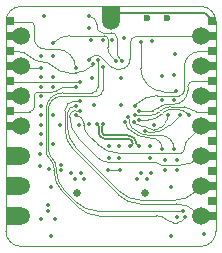
<source format=gbl>
G04*
G04 #@! TF.GenerationSoftware,Altium Limited,Altium Designer,24.6.1 (21)*
G04*
G04 Layer_Physical_Order=4*
G04 Layer_Color=3381759*
%FSLAX25Y25*%
%MOIN*%
G70*
G04*
G04 #@! TF.SameCoordinates,E89A06A7-0658-4A87-8E90-D679E4E66743*
G04*
G04*
G04 #@! TF.FilePolarity,Positive*
G04*
G01*
G75*
%ADD11C,0.00394*%
%ADD12C,0.00591*%
%ADD64C,0.00500*%
%ADD66C,0.02559*%
%ADD67C,0.02362*%
%ADD68C,0.05906*%
%ADD69R,0.02500X0.03150*%
%ADD70R,0.05000X0.05906*%
%ADD71R,0.05906X0.05000*%
%ADD72C,0.01378*%
%ADD74C,0.00591*%
D11*
X30315Y50000D02*
G03*
X32283Y51968I0J1969D01*
G01*
X18504Y50000D02*
G03*
X14173Y45669I0J-4331D01*
G01*
Y31890D02*
G03*
X15008Y29873I2851J0D01*
G01*
X23449Y14740D02*
G03*
X30520Y11811I7071J7071D01*
G01*
X16779Y26089D02*
G03*
X15354Y29528I-4862J0D01*
G01*
X16779Y25298D02*
G03*
X19527Y18662I9385J0D01*
G01*
X33957Y66371D02*
G03*
X35302Y63123I4593J0D01*
G01*
X38259Y62135D02*
G03*
X38260Y62134I3025J3022D01*
G01*
X37008Y65157D02*
G03*
X38259Y62135I4276J0D01*
G01*
X23910Y13165D02*
G03*
X30981Y10236I7071J7071D01*
G01*
X53937Y8661D02*
G03*
X50135Y10236I-3802J-3802D01*
G01*
X53937Y8661D02*
G03*
X55838Y7874I1901J1901D01*
G01*
X57087D02*
G03*
X58431Y8431I0J1901D01*
G01*
X28740Y51181D02*
G03*
X30709Y53150I0J1969D01*
G01*
X18898Y51181D02*
G03*
X13386Y45669I0J-5512D01*
G01*
X15991Y25298D02*
G03*
X18970Y18105I10172J0D01*
G01*
X15991Y26089D02*
G03*
X14798Y28971I-4075J0D01*
G01*
X13386Y31890D02*
G03*
X14452Y29317I3639J0D01*
G01*
X22224Y44986D02*
G03*
X21260Y43273I1038J-1712D01*
G01*
Y43231D02*
G03*
X24189Y36160I10000J0D01*
G01*
X31102Y29246D02*
G03*
X34048Y28026I2946J2946D01*
G01*
X63756Y11244D02*
G03*
X56685Y14173I-7071J-7071D01*
G01*
X37622Y17102D02*
G03*
X44693Y14173I7071J7071D01*
G01*
X19685Y39182D02*
G03*
X22614Y32110I10000J0D01*
G01*
X22835Y48425D02*
G03*
X19685Y45276I0J-3150D01*
G01*
X23262Y46850D02*
G03*
X20472Y44061I0J-2790D01*
G01*
Y39969D02*
G03*
X23401Y32898I10000J0D01*
G01*
X38016Y18283D02*
G03*
X45087Y15354I7071J7071D01*
G01*
X56212D02*
G03*
X63283Y18283I0J10000D01*
G01*
X50787Y27559D02*
G03*
X49660Y28026I-1128J-1128D01*
G01*
X50787Y27559D02*
G03*
X52091Y27019I1304J1304D01*
G01*
X57877D02*
G03*
X64948Y29948I0J10000D01*
G01*
X25984Y40979D02*
G03*
X23262Y43701I-2722J0D01*
G01*
X27375Y37192D02*
G03*
X27376Y37191I3361J3359D01*
G01*
X25984Y40551D02*
G03*
X27375Y37192I4752J0D01*
G01*
X30585Y33982D02*
G03*
X37656Y31053I7071J7071D01*
G01*
X58218D02*
G03*
X59449Y32283I0J1230D01*
G01*
X23262Y45276D02*
G03*
X22224Y44986I0J-2002D01*
G01*
X60980Y35980D02*
G03*
X59449Y32283I3697J-3697D01*
G01*
X60492Y44267D02*
G03*
X57104Y45669I-3389J-3391D01*
G01*
X60494Y44265D02*
G03*
X60492Y44267I-3390J-3390D01*
G01*
X49248Y38800D02*
G03*
X51575Y39764I0J3290D01*
G01*
X47638Y39370D02*
G03*
X49014Y38800I1376J1376D01*
G01*
X42898Y41039D02*
G03*
X45025Y40157I2127J2127D01*
G01*
X47638Y39370D02*
G03*
X45737Y40157I-1901J-1901D01*
G01*
X53034Y41223D02*
G03*
X54134Y43878I-2655J2655D01*
G01*
X48172Y37795D02*
G03*
X54686Y40494I0J9213D01*
G01*
X46271Y38583D02*
G03*
X48172Y37795I1901J1901D01*
G01*
X1765Y65029D02*
G03*
X1931Y64961I166J166D01*
G01*
X7961Y63298D02*
G03*
X3949Y64961I-4013J-4013D01*
G01*
X7961Y63298D02*
G03*
X12503Y61417I4542J4542D01*
G01*
X15354Y60236D02*
G03*
X12503Y61417I-2851J-2851D01*
G01*
X15354Y60236D02*
G03*
X21057Y57874I5703J5703D01*
G01*
X23262D02*
G03*
X28581Y60077I0J7522D01*
G01*
X57766Y50257D02*
G03*
X59449Y51940I0J1683D01*
G01*
X50462Y50257D02*
G03*
X43391Y47328I0J-10000D01*
G01*
X44882Y59449D02*
G03*
X52756Y51575I7874J0D01*
G01*
X38086Y59055D02*
G03*
X41339Y62307I0J3252D01*
G01*
X43622Y70000D02*
G03*
X41339Y67716I0J-2283D01*
G01*
X34992Y59890D02*
G03*
X37008Y59055I2016J2016D01*
G01*
X42592Y39134D02*
G03*
X47724Y37008I5132J5132D01*
G01*
X40943Y39085D02*
G03*
X48229Y36067I7286J7286D01*
G01*
X39764Y41339D02*
G03*
X40524Y39504I2594J0D01*
G01*
X41196Y41440D02*
G03*
X41198Y41345I2196J0D01*
G01*
X41227Y41069D02*
G03*
X41838Y39887I2165J370D01*
G01*
X41198Y41345D02*
G03*
X41227Y41069I1386J8D01*
G01*
X31659Y63223D02*
G03*
X30315Y63779I-1344J-1344D01*
G01*
D02*
G03*
X28356Y62968I0J-2770D01*
G01*
X9449Y69444D02*
G03*
X13145Y65748I3696J0D01*
G01*
X23262Y59449D02*
G03*
X16963Y65748I-6299J0D01*
G01*
X9449Y73622D02*
G03*
X8268Y74803I-1181J0D01*
G01*
X10661Y51390D02*
G03*
X9449Y50178I0J-1212D01*
G01*
X7874Y44882D02*
G03*
X9449Y46457I0J1575D01*
G01*
X15368Y51390D02*
G03*
X17717Y52362I0J3321D01*
G01*
X19617Y53150D02*
G03*
X17717Y52362I0J-2688D01*
G01*
X2132Y54834D02*
G03*
X2242Y54724I110J0D01*
G01*
X52165Y32500D02*
G03*
X48599Y36067I-3567J0D01*
G01*
X56102Y32500D02*
G03*
X51595Y37008I-4508J0D01*
G01*
X41196Y42185D02*
G03*
X40825Y43080I-1266J0D01*
G01*
X64567Y64961D02*
G03*
X59449Y59842I0J-5118D01*
G01*
X56088Y47426D02*
G03*
X60630Y51968I0J4542D01*
G01*
X62598Y55118D02*
G03*
X60630Y53150I0J-1969D01*
G01*
X54079Y47426D02*
G03*
X50787Y46063I0J-4654D01*
G01*
X48886Y45276D02*
G03*
X50787Y46063I0J2688D01*
G01*
X61392Y45751D02*
G03*
X63490Y44882I2098J2098D01*
G01*
X61392Y45751D02*
G03*
X59370Y46589I-2022J-2022D01*
G01*
X55052D02*
G03*
X51358Y45058I0J-5224D01*
G01*
X48330Y43701D02*
G03*
X51181Y44882I0J4033D01*
G01*
X55118Y45669D02*
G03*
X52430Y44556I0J-3802D01*
G01*
X47216Y42126D02*
G03*
X51968Y44094I0J6721D01*
G01*
X5000Y60000D02*
G03*
X5962Y59601I962J962D01*
G01*
X21369Y70276D02*
G03*
X16142Y68110I0J-7393D01*
G01*
X33957Y69095D02*
G03*
X32776Y70276I-1181J0D01*
G01*
X37008Y69390D02*
G03*
X35144Y71254I-1864J0D01*
G01*
X30315Y73171D02*
G03*
X32232Y71254I1917J0D01*
G01*
X30315Y74016D02*
G03*
X27559Y76772I-2756J0D01*
G01*
X18504Y50000D02*
X30315D01*
X14173Y31890D02*
Y45669D01*
X15008Y29873D02*
X15354Y29528D01*
X19527Y18662D02*
X23449Y14740D01*
X30520Y11811D02*
X59055D01*
X16779Y25298D02*
Y26089D01*
X33957Y66371D02*
Y69095D01*
X35302Y63123D02*
X36614Y61811D01*
X37008Y65157D02*
Y69390D01*
X38260Y62134D02*
X38583Y61811D01*
X18970Y18105D02*
X23910Y13165D01*
X30981Y10236D02*
X50135D01*
X55838Y7874D02*
X57087D01*
X58431Y8431D02*
X59842Y9843D01*
X18898Y51181D02*
X28740D01*
X13386Y31890D02*
Y45669D01*
X15991Y25298D02*
Y26089D01*
X14452Y29317D02*
X14798Y28971D01*
X30709Y53150D02*
Y62171D01*
X32283Y51968D02*
Y59646D01*
X21260Y43231D02*
Y43273D01*
X24189Y36160D02*
X31102Y29246D01*
X34048Y28026D02*
X49660D01*
X63756Y11244D02*
X65000Y10000D01*
X44693Y14173D02*
X56685D01*
X22614Y32110D02*
X37622Y17102D01*
X19685Y39182D02*
Y45276D01*
X22835Y48425D02*
X24803D01*
X20472Y39969D02*
Y44061D01*
X23401Y32898D02*
X38016Y18283D01*
X45087Y15354D02*
X56212D01*
X63283Y18283D02*
X65000Y20000D01*
X52091Y27019D02*
X57877D01*
X64948Y29948D02*
X65000Y30000D01*
X25984Y40551D02*
Y40979D01*
X27376Y37191D02*
X30585Y33982D01*
X27375Y37192D02*
X27376Y37191D01*
X37656Y31053D02*
X58218D01*
X23262Y45276D02*
X24803D01*
X60980Y35980D02*
X65000Y40000D01*
X55118Y45669D02*
X57104D01*
X60494Y44265D02*
X60944Y43815D01*
X51575Y39764D02*
X53034Y41223D01*
X49014Y38800D02*
X49248D01*
X45025Y40157D02*
X45737D01*
X1931Y64961D02*
X3949D01*
X21057Y57874D02*
X23262D01*
X28581Y60077D02*
X29134Y60630D01*
X52756Y51575D02*
X56461D01*
X59449Y51940D02*
Y59842D01*
X50462Y50257D02*
X57766D01*
X42913Y46850D02*
X43391Y47328D01*
X56461Y51575D02*
X56594Y51708D01*
X44882Y59449D02*
Y68110D01*
X37008Y59055D02*
X38086D01*
X41339Y62307D02*
Y67716D01*
X43622Y70000D02*
X65000D01*
X41839Y39887D02*
X42592Y39134D01*
X47724Y37008D02*
X51595D01*
X40524Y39504D02*
X40943Y39085D01*
X48229Y36067D02*
X48599D01*
X41838Y39887D02*
X41839Y39887D01*
X41196Y41440D02*
Y42185D01*
X31659Y63223D02*
X34992Y59890D01*
X27559Y62171D02*
X28356Y62968D01*
X9449Y69444D02*
Y73622D01*
X13145Y65748D02*
X16963D01*
X2113Y74803D02*
X8268D01*
X2113D02*
Y74806D01*
X9449Y46457D02*
Y50178D01*
X10661Y51390D02*
X15368D01*
X2019Y44882D02*
X7874D01*
X19617Y53150D02*
X23262D01*
X2019Y44882D02*
Y44950D01*
X2242Y54724D02*
X24803D01*
X42584Y41353D02*
X42898Y41039D01*
X68213Y64961D02*
Y65004D01*
X64567Y64961D02*
X68213D01*
X54079Y47426D02*
X56088D01*
X60630Y51968D02*
Y53150D01*
X62598Y55118D02*
X68225D01*
X44454Y45276D02*
X48886D01*
X68225Y55064D02*
Y55118D01*
X63490Y44882D02*
X68273D01*
X55052Y46589D02*
X59370D01*
X42913Y43701D02*
X48330D01*
X68273Y44882D02*
X68291Y44864D01*
X51181Y44882D02*
X51358Y45058D01*
X51968Y44094D02*
X52430Y44556D01*
X44454Y42126D02*
X47216D01*
X5962Y59601D02*
X11688D01*
X54686Y40494D02*
X58071Y43878D01*
X34016Y25423D02*
X37953D01*
X15748Y67716D02*
X16142Y68110D01*
X21369Y70276D02*
X32776D01*
X32232Y71254D02*
X35144D01*
X30315Y73171D02*
Y74016D01*
X65000Y-0D02*
G03*
X70000Y5000I0J5000D01*
G01*
X70000Y75000D02*
G03*
X65000Y80000I-5000J0D01*
G01*
X5000Y80000D02*
G03*
X0Y75000I0J-5000D01*
G01*
X-0Y5000D02*
G03*
X5000Y0I5000J0D01*
G01*
X0Y5000D02*
Y75000D01*
X5000Y80000D02*
X65000D01*
X70000Y5000D02*
Y75000D01*
X5000Y0D02*
X65000D01*
D12*
X44135Y33610D02*
G03*
X44488Y33465I353J354D01*
G01*
X44135Y33611D02*
G03*
X44135Y33610I353J353D01*
G01*
X43558Y34188D02*
G03*
X40738Y37008I-2820J0D01*
G01*
X32480Y40945D02*
G03*
X32087Y39994I950J-950D01*
G01*
Y37992D02*
G03*
X33071Y37008I984J0D01*
G01*
X41339Y33465D02*
G03*
X41876Y33687I0J761D01*
G01*
X42377Y34188D02*
G03*
X40738Y35827I-1639J0D01*
G01*
X30906Y37992D02*
G03*
X33071Y35827I2165J0D01*
G01*
X30906Y39994D02*
G03*
X30512Y40945I-1344J0D01*
G01*
X44135Y33611D02*
X44135Y33610D01*
X43558Y34188D02*
X44135Y33611D01*
X33071Y37008D02*
X40738D01*
X32087Y37992D02*
Y39994D01*
X41876Y33687D02*
X42377Y34188D01*
X41876Y33687D02*
X41876Y33687D01*
X33071Y35827D02*
X40738D01*
X30906Y37992D02*
Y39994D01*
D64*
X67363Y76928D02*
G03*
X64890Y77953I-2473J-2473D01*
G01*
X35000D02*
X64890D01*
X67363Y76928D02*
X68405Y75886D01*
X35000Y75000D02*
Y77953D01*
X68405Y75000D02*
Y75886D01*
D66*
X23622Y17764D02*
D03*
X46378D02*
D03*
D67*
X53847Y76000D02*
D03*
X47153D02*
D03*
D68*
X65000Y10000D02*
D03*
Y20000D02*
D03*
Y30000D02*
D03*
Y40000D02*
D03*
Y50000D02*
D03*
Y70000D02*
D03*
Y60000D02*
D03*
X5000Y10000D02*
D03*
Y20000D02*
D03*
Y30000D02*
D03*
Y40000D02*
D03*
Y50000D02*
D03*
Y70000D02*
D03*
Y60000D02*
D03*
X35000Y75000D02*
D03*
D69*
X68750Y35000D02*
D03*
X1250Y75000D02*
D03*
Y70000D02*
D03*
Y55000D02*
D03*
Y60000D02*
D03*
Y50000D02*
D03*
Y40000D02*
D03*
Y45000D02*
D03*
Y65000D02*
D03*
X68750Y40000D02*
D03*
Y30000D02*
D03*
Y70000D02*
D03*
Y20000D02*
D03*
Y10000D02*
D03*
Y45000D02*
D03*
Y55000D02*
D03*
Y65000D02*
D03*
Y60000D02*
D03*
Y50000D02*
D03*
Y25000D02*
D03*
Y15000D02*
D03*
Y75000D02*
D03*
D70*
X2500Y10000D02*
D03*
Y30000D02*
D03*
Y20000D02*
D03*
D71*
X35000Y77500D02*
D03*
D72*
X36614Y61811D02*
D03*
X38583D02*
D03*
X59842Y9843D02*
D03*
X59055Y11811D02*
D03*
X30709Y62171D02*
D03*
X32283Y59646D02*
D03*
X14310Y25848D02*
D03*
X48031Y29528D02*
D03*
X37795D02*
D03*
X60944Y43815D02*
D03*
X49213Y40551D02*
D03*
X56594Y51708D02*
D03*
X44882Y68110D02*
D03*
X48560Y68503D02*
D03*
X44488Y33465D02*
D03*
X41339D02*
D03*
X27559Y62171D02*
D03*
X29134Y60630D02*
D03*
X23262Y59449D02*
D03*
Y53150D02*
D03*
X24803Y54724D02*
D03*
X46271Y38583D02*
D03*
X40825Y43080D02*
D03*
X39764Y41339D02*
D03*
X42584Y41353D02*
D03*
X44454Y45276D02*
D03*
X42913Y46850D02*
D03*
X44454Y42126D02*
D03*
X42913Y43701D02*
D03*
X11688Y59601D02*
D03*
X24803Y48425D02*
D03*
X24803Y45276D02*
D03*
X23262Y46850D02*
D03*
Y43701D02*
D03*
X56102Y32500D02*
D03*
X52165D02*
D03*
X58071Y43878D02*
D03*
X54134Y43878D02*
D03*
X37953Y25423D02*
D03*
X37795Y33465D02*
D03*
X55905Y57087D02*
D03*
X15748Y67716D02*
D03*
X27559Y76772D02*
D03*
X18504Y25295D02*
D03*
X16362Y9177D02*
D03*
X11638D02*
D03*
X14000Y11697D02*
D03*
Y13862D02*
D03*
X45039Y24439D02*
D03*
X43858Y22470D02*
D03*
X24961Y24439D02*
D03*
X26142Y22470D02*
D03*
X57000Y9850D02*
D03*
X65969Y4000D02*
D03*
X15039Y3396D02*
D03*
X54961D02*
D03*
X54961Y19852D02*
D03*
X15039D02*
D03*
X48287Y24439D02*
D03*
X47106Y22470D02*
D03*
X22894Y22470D02*
D03*
X21713Y24439D02*
D03*
X18012Y40551D02*
D03*
X15748Y53150D02*
D03*
X32480Y40945D02*
D03*
X30512D02*
D03*
X34016Y25423D02*
D03*
X34252Y33465D02*
D03*
X38386Y47244D02*
D03*
X29528D02*
D03*
X28740Y56102D02*
D03*
X38386D02*
D03*
X24409Y40551D02*
D03*
X27559Y40945D02*
D03*
X51968Y56693D02*
D03*
X51968Y48819D02*
D03*
X55905D02*
D03*
X48031Y33465D02*
D03*
X57087Y25295D02*
D03*
Y28839D02*
D03*
X15748Y56299D02*
D03*
X39370Y69291D02*
D03*
X35433Y68799D02*
D03*
X32283D02*
D03*
X28346D02*
D03*
X27559Y72835D02*
D03*
X12598Y76772D02*
D03*
X15748Y63386D02*
D03*
X11811D02*
D03*
Y56299D02*
D03*
Y53150D02*
D03*
X34252Y29528D02*
D03*
X53150Y25295D02*
D03*
Y28839D02*
D03*
X18307Y27264D02*
D03*
X11220Y26772D02*
D03*
Y30709D02*
D03*
X15748Y34252D02*
D03*
X11811D02*
D03*
X11811Y37402D02*
D03*
Y50000D02*
D03*
Y46850D02*
D03*
Y43701D02*
D03*
X15748D02*
D03*
X11811Y40551D02*
D03*
X56398Y64272D02*
D03*
D74*
X41876Y33687D02*
D03*
M02*

</source>
